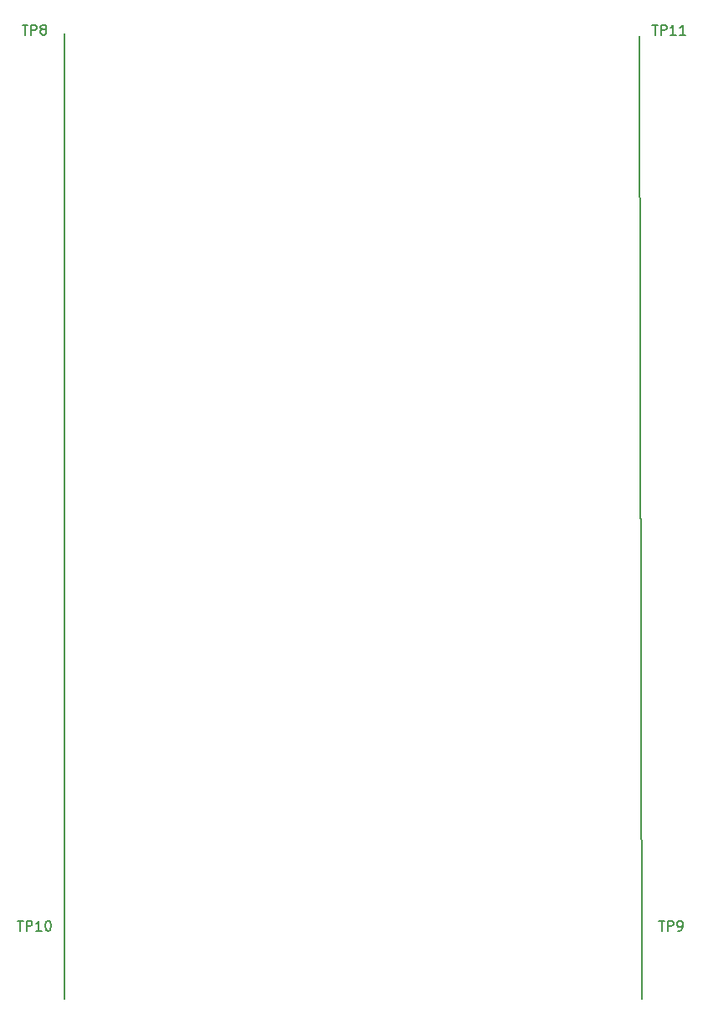
<source format=gbr>
G04 #@! TF.GenerationSoftware,KiCad,Pcbnew,(5.1.4)-1*
G04 #@! TF.CreationDate,2019-11-24T21:52:42+08:00*
G04 #@! TF.ProjectId,FH26W-45S-0.3SHW,46483236-572d-4343-9553-2d302e335348,rev?*
G04 #@! TF.SameCoordinates,Original*
G04 #@! TF.FileFunction,Legend,Top*
G04 #@! TF.FilePolarity,Positive*
%FSLAX46Y46*%
G04 Gerber Fmt 4.6, Leading zero omitted, Abs format (unit mm)*
G04 Created by KiCad (PCBNEW (5.1.4)-1) date 2019-11-24 21:52:42*
%MOMM*%
%LPD*%
G04 APERTURE LIST*
%ADD10C,0.130000*%
%ADD11C,0.150000*%
G04 APERTURE END LIST*
D10*
X153400000Y-123200000D02*
X153200000Y-25800000D01*
X95000000Y-27000000D02*
X95000000Y-25600000D01*
X95000000Y-123200000D02*
X95000000Y-27000000D01*
D11*
X90738095Y-24702380D02*
X91309523Y-24702380D01*
X91023809Y-25702380D02*
X91023809Y-24702380D01*
X91642857Y-25702380D02*
X91642857Y-24702380D01*
X92023809Y-24702380D01*
X92119047Y-24750000D01*
X92166666Y-24797619D01*
X92214285Y-24892857D01*
X92214285Y-25035714D01*
X92166666Y-25130952D01*
X92119047Y-25178571D01*
X92023809Y-25226190D01*
X91642857Y-25226190D01*
X92785714Y-25130952D02*
X92690476Y-25083333D01*
X92642857Y-25035714D01*
X92595238Y-24940476D01*
X92595238Y-24892857D01*
X92642857Y-24797619D01*
X92690476Y-24750000D01*
X92785714Y-24702380D01*
X92976190Y-24702380D01*
X93071428Y-24750000D01*
X93119047Y-24797619D01*
X93166666Y-24892857D01*
X93166666Y-24940476D01*
X93119047Y-25035714D01*
X93071428Y-25083333D01*
X92976190Y-25130952D01*
X92785714Y-25130952D01*
X92690476Y-25178571D01*
X92642857Y-25226190D01*
X92595238Y-25321428D01*
X92595238Y-25511904D01*
X92642857Y-25607142D01*
X92690476Y-25654761D01*
X92785714Y-25702380D01*
X92976190Y-25702380D01*
X93071428Y-25654761D01*
X93119047Y-25607142D01*
X93166666Y-25511904D01*
X93166666Y-25321428D01*
X93119047Y-25226190D01*
X93071428Y-25178571D01*
X92976190Y-25130952D01*
X155138095Y-115302380D02*
X155709523Y-115302380D01*
X155423809Y-116302380D02*
X155423809Y-115302380D01*
X156042857Y-116302380D02*
X156042857Y-115302380D01*
X156423809Y-115302380D01*
X156519047Y-115350000D01*
X156566666Y-115397619D01*
X156614285Y-115492857D01*
X156614285Y-115635714D01*
X156566666Y-115730952D01*
X156519047Y-115778571D01*
X156423809Y-115826190D01*
X156042857Y-115826190D01*
X157090476Y-116302380D02*
X157280952Y-116302380D01*
X157376190Y-116254761D01*
X157423809Y-116207142D01*
X157519047Y-116064285D01*
X157566666Y-115873809D01*
X157566666Y-115492857D01*
X157519047Y-115397619D01*
X157471428Y-115350000D01*
X157376190Y-115302380D01*
X157185714Y-115302380D01*
X157090476Y-115350000D01*
X157042857Y-115397619D01*
X156995238Y-115492857D01*
X156995238Y-115730952D01*
X157042857Y-115826190D01*
X157090476Y-115873809D01*
X157185714Y-115921428D01*
X157376190Y-115921428D01*
X157471428Y-115873809D01*
X157519047Y-115826190D01*
X157566666Y-115730952D01*
X90261904Y-115302380D02*
X90833333Y-115302380D01*
X90547619Y-116302380D02*
X90547619Y-115302380D01*
X91166666Y-116302380D02*
X91166666Y-115302380D01*
X91547619Y-115302380D01*
X91642857Y-115350000D01*
X91690476Y-115397619D01*
X91738095Y-115492857D01*
X91738095Y-115635714D01*
X91690476Y-115730952D01*
X91642857Y-115778571D01*
X91547619Y-115826190D01*
X91166666Y-115826190D01*
X92690476Y-116302380D02*
X92119047Y-116302380D01*
X92404761Y-116302380D02*
X92404761Y-115302380D01*
X92309523Y-115445238D01*
X92214285Y-115540476D01*
X92119047Y-115588095D01*
X93309523Y-115302380D02*
X93404761Y-115302380D01*
X93500000Y-115350000D01*
X93547619Y-115397619D01*
X93595238Y-115492857D01*
X93642857Y-115683333D01*
X93642857Y-115921428D01*
X93595238Y-116111904D01*
X93547619Y-116207142D01*
X93500000Y-116254761D01*
X93404761Y-116302380D01*
X93309523Y-116302380D01*
X93214285Y-116254761D01*
X93166666Y-116207142D01*
X93119047Y-116111904D01*
X93071428Y-115921428D01*
X93071428Y-115683333D01*
X93119047Y-115492857D01*
X93166666Y-115397619D01*
X93214285Y-115350000D01*
X93309523Y-115302380D01*
X154461904Y-24702380D02*
X155033333Y-24702380D01*
X154747619Y-25702380D02*
X154747619Y-24702380D01*
X155366666Y-25702380D02*
X155366666Y-24702380D01*
X155747619Y-24702380D01*
X155842857Y-24750000D01*
X155890476Y-24797619D01*
X155938095Y-24892857D01*
X155938095Y-25035714D01*
X155890476Y-25130952D01*
X155842857Y-25178571D01*
X155747619Y-25226190D01*
X155366666Y-25226190D01*
X156890476Y-25702380D02*
X156319047Y-25702380D01*
X156604761Y-25702380D02*
X156604761Y-24702380D01*
X156509523Y-24845238D01*
X156414285Y-24940476D01*
X156319047Y-24988095D01*
X157842857Y-25702380D02*
X157271428Y-25702380D01*
X157557142Y-25702380D02*
X157557142Y-24702380D01*
X157461904Y-24845238D01*
X157366666Y-24940476D01*
X157271428Y-24988095D01*
M02*

</source>
